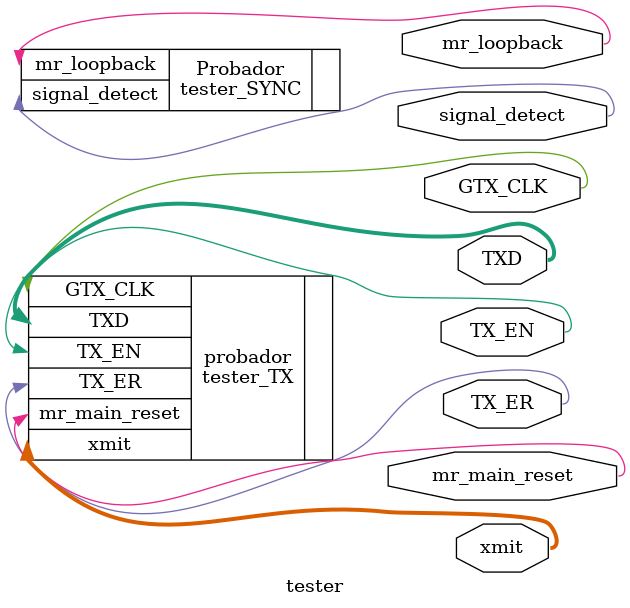
<source format=v>
`include "tester_TX.v"
`include "tester_SYNC.v"

/*  probador */
module tester (
    output [7:0] TXD,
    output TX_EN,
    output TX_ER,
    output GTX_CLK,
    output [2:0] xmit,
    output mr_main_reset,
    output mr_loopback,
    output signal_detect
);


/*  loopback */

    tester_TX probador (
        .GTX_CLK      (GTX_CLK),
        .mr_main_reset(mr_main_reset),
        .TX_EN        (TX_EN),
        .TX_ER        (TX_ER),
        .xmit         (xmit[2:0]),
        .TXD          (TXD[7:0])
    );

    tester_SYNC Probador (
        .mr_loopback        (mr_loopback),
        .signal_detect      (signal_detect)
    );


endmodule
</source>
